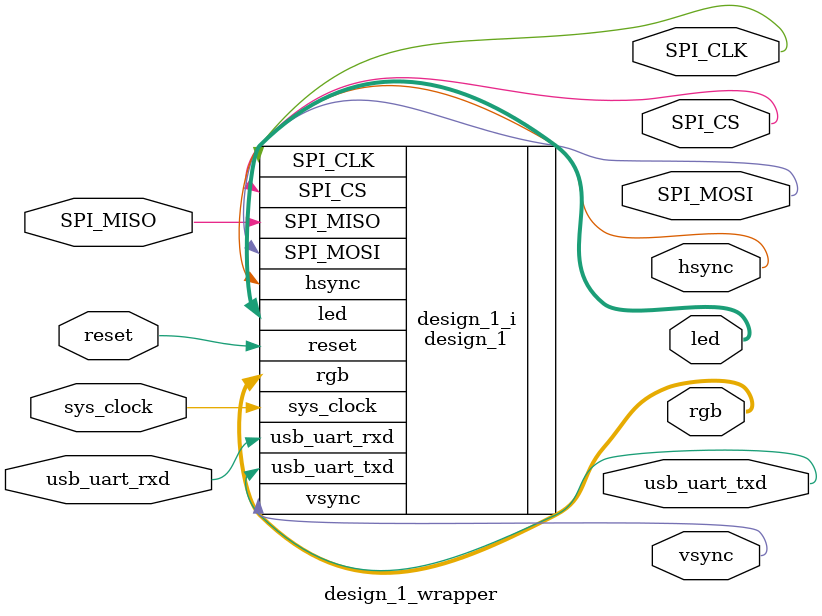
<source format=v>
`timescale 1 ps / 1 ps

module design_1_wrapper
   (SPI_CLK,
    SPI_CS,
    SPI_MISO,
    SPI_MOSI,
    hsync,
    led,
    reset,
    rgb,
    sys_clock,
    usb_uart_rxd,
    usb_uart_txd,
    vsync);
  output SPI_CLK;
  output [0:0]SPI_CS;
  input SPI_MISO;
  output SPI_MOSI;
  output hsync;
  output [15:0]led;
  input reset;
  output [11:0]rgb;
  input sys_clock;
  input usb_uart_rxd;
  output usb_uart_txd;
  output vsync;

  wire SPI_CLK;
  wire [0:0]SPI_CS;
  wire SPI_MISO;
  wire SPI_MOSI;
  wire hsync;
  wire [15:0]led;
  wire reset;
  wire [11:0]rgb;
  wire sys_clock;
  wire usb_uart_rxd;
  wire usb_uart_txd;
  wire vsync;

  design_1 design_1_i
       (.SPI_CLK(SPI_CLK),
        .SPI_CS(SPI_CS),
        .SPI_MISO(SPI_MISO),
        .SPI_MOSI(SPI_MOSI),
        .hsync(hsync),
        .led(led),
        .reset(reset),
        .rgb(rgb),
        .sys_clock(sys_clock),
        .usb_uart_rxd(usb_uart_rxd),
        .usb_uart_txd(usb_uart_txd),
        .vsync(vsync));
endmodule

</source>
